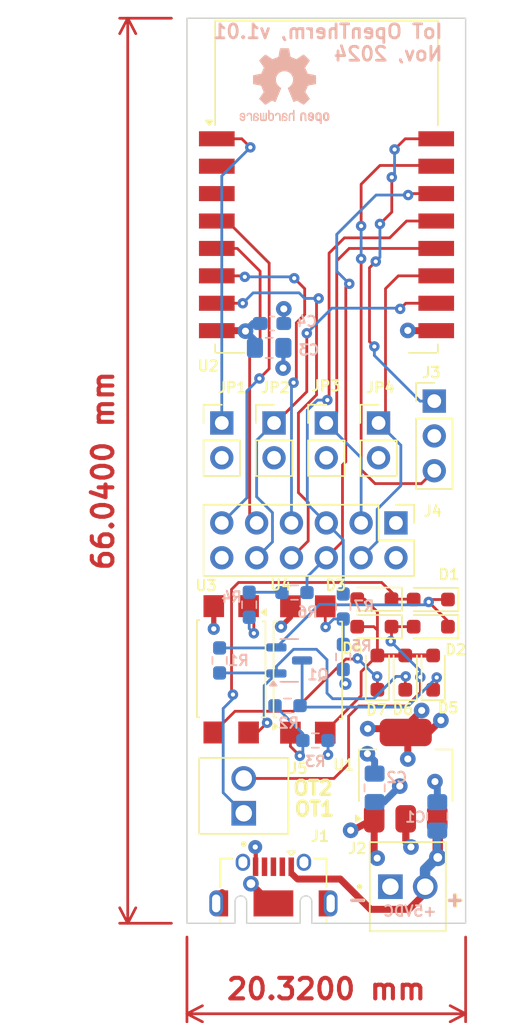
<source format=kicad_pcb>
(kicad_pcb (version 20240108) (generator "pcbnew") (generator_version "8.0")
  (layers (0 "F.Cu" signal "L1.F.Cu.Signals") (1 "In1.Cu" power "L2.In1.Cu.GND") (2 "In2.Cu" power "L3.In2.Cu.VCC") (31 "B.Cu" signal "L4.B.Cu.Signals") (34 "B.Paste" user) (35 "F.Paste" user) (36 "B.SilkS" user "B.Silkscreen") (37 "F.SilkS" user "F.Silkscreen") (38 "B.Mask" user) (39 "F.Mask" user) (44 "Edge.Cuts" user))
  (net 0 "")
  (net 1 "GND")
  (net 2 "+5V")
  (net 3 "+3.3V")
  (net 4 "Net-(D1-K)")
  (net 5 "/OT1")
  (net 6 "/OT2")
  (net 7 "Net-(D3-A)")
  (net 8 "Net-(D5-K)")
  (net 9 "Net-(D6-K)")
  (net 10 "Net-(D7-K)")
  (net 14 "/GPIO1_TXD")
  (net 15 "/GPIO3_RXD")
  (net 16 "/GPIO14")
  (net 17 "/GPIO15")
  (net 18 "/GPIO0")
  (net 19 "/GPIO13")
  (net 20 "/GPIO16")
  (net 21 "/GPIO4")
  (net 22 "/GPIO12")
  (net 23 "/GPIO5")
  (net 24 "/GPIO2")
  (net 25 "Net-(JP1-A)")
  (net 26 "Net-(R2-Pad2)")
  (net 27 "Net-(R4-Pad1)")
  (net 28 "/IN")
  (net 29 "/OUT")
  (footprint "Package_TO_SOT_SMD:SOT-223-3_TabPin2" (layer "F.Cu") (at 139.3952 101.3714 90)
    (property "Reference" "U1")
    (property "Value" "AMS1117-3.3")
  )
  (footprint "Connector_PinHeader_2.54mm:PinHeader_2x06_P2.54mm_Vertical" (layer "F.Cu") (at 138.684 82.931 -90)
    (property "Reference" "J4")
    (property "Value" "Conn_02x06_Odd_Even")
  )
  (footprint "Diode_SMD:D_SOD-323_HandSoldering" (layer "F.Cu") (at 141.224 88.519 180)
    (property "Reference" "D1")
    (property "Value" "1N4148WS")
  )
  (footprint "Diode_SMD:D_SOD-323_HandSoldering" (layer "F.Cu") (at 137.33 93.853 90)
    (property "Reference" "D7")
    (property "Value" "4V3")
  )
  (footprint "Connector_USB:USB_Micro-AB_Molex_47590-0001" (layer "F.Cu") (at 129.7484 110.6932)
    (property "Reference" "J1")
    (property "Value" "USB_B_Micro")
    (fp_line (start -3.75 1.45) (end -2.8 1.45) (stroke (width 0.1)) (layer "Edge.Cuts"))
    (fp_line (start -2.8 -0.125) (end -2.8 1.45) (stroke (width 0.1)) (layer "Edge.Cuts"))
    (fp_line (start -1.95 -0.125) (end -1.95 1.45) (stroke (width 0.1)) (layer "Edge.Cuts"))
    (fp_line (start -1.95 1.45) (end 1.95 1.45) (stroke (width 0.1)) (layer "Edge.Cuts"))
    (fp_line (start 1.95 -0.125) (end 1.95 1.45) (stroke (width 0.1)) (layer "Edge.Cuts"))
    (fp_line (start 2.8 -0.125) (end 2.8 1.45) (stroke (width 0.1)) (layer "Edge.Cuts"))
    (fp_line (start 2.8 1.45) (end 3.75 1.45) (stroke (width 0.1)) (layer "Edge.Cuts"))
    (fp_arc (start -2.8 -0.125) (mid -2.375 -0.55) (end -1.95 -0.125) (stroke (width 0.1)) (layer "Edge.Cuts"))
    (fp_arc (start 1.95 -0.125) (mid 2.375 -0.55) (end 2.8 -0.125) (stroke (width 0.1)) (layer "Edge.Cuts"))
  )
  (footprint "Diode_SMD:D_SOD-323_HandSoldering" (layer "F.Cu") (at 141.224 90.5002 180)
    (property "Reference" "D2")
    (property "Value" "1N4148WS")
  )
  (footprint "Package_SO_:SO-4_6.5x4.6mm_P2.54mm" (layer "F.Cu") (at 126.6698 93.6116 -90)
    (property "Reference" "U3")
    (property "Value" "PC817")
  )
  (footprint "Connector_PinHeader_2.54mm:PinHeader_1x02_P2.54mm_Vertical" (layer "F.Cu") (at 137.414 75.6362)
    (property "Reference" "JP4")
    (property "Value" "Jumper_2_Open")
  )
  (footprint "Diode_SMD:D_SOD-323_HandSoldering" (layer "F.Cu") (at 139.362 93.853 90)
    (property "Reference" "D6")
    (property "Value" "15V")
  )
  (footprint "Connector_PinHeader_2.54mm:PinHeader_1x02_P2.54mm_Vertical" (layer "F.Cu") (at 129.794 75.6362)
    (property "Reference" "JP2")
    (property "Value" "Jumper_2_Open")
  )
  (footprint "Connector_TE-Connectivity_:TE_282834-2" (layer "F.Cu") (at 139.5476 109.474)
    (property "Reference" "J2")
    (property "Value" "Conn_01x02")
  )
  (footprint "Package_SO_:SO-4_6.5x4.6mm_P2.54mm" (layer "F.Cu") (at 132.2578 93.6244 90)
    (property "Reference" "U4")
    (property "Value" "PC817")
  )
  (footprint "Connector_PinHeader_2.54mm:PinHeader_1x02_P2.54mm_Vertical" (layer "F.Cu") (at 133.604 75.6362)
    (property "Reference" "JP3")
    (property "Value" "Jumper_2_Open")
  )
  (footprint "Connector_TE-Connectivity_:TE_282834-2" (layer "F.Cu") (at 127.5842 102.8446 90)
    (property "Reference" "J5")
    (property "Value" "Conn_01x02")
  )
  (footprint "Diode_SMD:D_SOD-323_HandSoldering" (layer "F.Cu") (at 137.1092 90.5002 180)
    (property "Reference" "D4")
    (property "Value" "1N4148WS")
  )
  (footprint "RF_Module_:ESP-12S" (layer "F.Cu") (at 133.62 58.4)
    (property "Reference" "U2")
    (property "Value" "ESP-12S")
  )
  (footprint "Diode_SMD:D_SOD-323_HandSoldering" (layer "F.Cu") (at 141.394 93.853 90)
    (property "Reference" "D5")
    (property "Value" "4V7")
  )
  (footprint "Diode_SMD:D_SOD-323_HandSoldering" (layer "F.Cu") (at 137.1092 88.4936 180)
    (property "Reference" "D3")
    (property "Value" "1N4148WS")
  )
  (footprint "Connector_PinHeader_2.54mm:PinHeader_1x03_P2.54mm_Vertical" (layer "F.Cu") (at 141.478 74.041)
    (property "Reference" "J3")
    (property "Value" "Conn_01x03")
  )
  (footprint "Connector_PinHeader_2.54mm:PinHeader_1x02_P2.54mm_Vertical" (layer "F.Cu") (at 125.984 75.6362)
    (property "Reference" "JP1")
    (property "Value" "Jumper_2_Open")
  )
  (footprint "Capacitor_SMD:C_0603_1608Metric_Pad1.08x0.95mm_HandSolder" (layer "B.Cu") (at 129.6416 68.3768)
    (property "Reference" "C4")
    (property "Value" "100n")
  )
  (footprint "Resistor_SMD:R_0603_1608Metric_Pad0.98x0.95mm_HandSolder" (layer "B.Cu") (at 131.284 88.011 180)
    (property "Reference" "R6")
    (property "Value" "33R")
  )
  (footprint "Capacitor_SMD:C_0805_2012Metric_Pad1.18x1.45mm_HandSolder" (layer "B.Cu") (at 129.4384 70.1548)
    (property "Reference" "C3")
    (property "Value" "10u")
  )
  (footprint "Capacitor_SMD:C_0805_2012Metric_Pad1.18x1.45mm_HandSolder" (layer "B.Cu") (at 141.698 104.3432 90)
    (property "Reference" "C1")
    (property "Value" "22u")
  )
  (footprint "Resistor_SMD:R_0603_1608Metric_Pad0.98x0.95mm_HandSolder" (layer "B.Cu") (at 125.823 92.964 -90)
    (property "Reference" "R1")
    (property "Value" "330R")
  )
  (footprint "Resistor_SMD:R_0603_1608Metric_Pad0.98x0.95mm_HandSolder" (layer "B.Cu") (at 127.982 88.9 90)
    (property "Reference" "R4")
    (property "Value" "330R")
  )
  (footprint "Resistor_SMD:R_0603_1608Metric_Pad0.98x0.95mm_HandSolder" (layer "B.Cu") (at 132.808 98.806)
    (property "Reference" "R3")
    (property "Value" "100R")
  )
  (footprint "Package_TO_SOT_SMD:SOT-23" (layer "B.Cu") (at 130.903 92.964)
    (property "Reference" "Q1")
    (property "Value" "BC858")
  )
  (footprint "Capacitor_SMD:C_0805_2012Metric_Pad1.18x1.45mm_HandSolder" (layer "B.Cu") (at 137.126 102.26 -90)
    (property "Reference" "C2")
    (property "Value" "22u")
  )
  (footprint "Resistor_SMD:R_0603_1608Metric_Pad0.98x0.95mm_HandSolder" (layer "B.Cu") (at 130.776 96.266 180)
    (property "Reference" "R2")
    (property "Value" "220R")
  )
  (footprint "Symbol:OSHW-Logo2_7.3x6mm_SilkScreen" (layer "B.Cu") (at 130.556 51.054 180)
    (property "Reference" "REF**" (hide yes))
    (property "Value" "OSHW-Logo2_7.3x6mm_SilkScreen" (hide yes))
  )
  (footprint "Resistor_SMD:R_0603_1608Metric_Pad0.98x0.95mm_HandSolder" (layer "B.Cu") (at 134.84 89.027 -90)
    (property "Reference" "R7")
    (property "Value" "33R")
  )
  (footprint "Resistor_SMD:R_0603_1608Metric_Pad0.98x0.95mm_HandSolder" (layer "B.Cu") (at 134.84 92.71 -90)
    (property "Reference" "R5")
    (property "Value" "1.5k")
  )
  (gr_line (start 125.9984 112.1432) (end 123.444 112.141) (stroke (width 0.1016)) (layer "Edge.Cuts"))
  (gr_line (start 123.444 46.101) (end 143.764 46.101) (stroke (width 0.1016)) (layer "Edge.Cuts"))
  (gr_line (start 143.764 112.141) (end 133.4984 112.1432) (stroke (width 0.1016)) (layer "Edge.Cuts"))
  (gr_line (start 143.764 46.101) (end 143.764 112.141) (stroke (width 0.1016)) (layer "Edge.Cuts"))
  (gr_line (start 123.444 112.141) (end 123.444 46.101) (stroke (width 0.1016)) (layer "Edge.Cuts"))
  (gr_line (start 125.9984 112.1432) (end 125.9984 112.1432) (stroke (width 0.1016)) (layer "Edge.Cuts"))
  (gr_text "IoT OpenTherm, v1.01\nNov, 2024" (at 142.1892 49.3014 0) (layer "B.SilkS") (effects (font (size 1.016 1.016) (thickness 0.2032) (bold yes)) (justify left bottom mirror)))
  (gr_text "-" (at 136.652 110.998 -0) (layer "B.SilkS") (effects (font (size 1.016 1.016) (thickness 0.254) (bold yes)) (justify left bottom mirror)))
  (gr_text "+5VDC" (at 139.7 111.252 -0) (layer "B.SilkS") (effects (font (size 0.762 0.762) (thickness 0.1524) (bold yes)) (justify mirror)))
  (gr_text "+" (at 143.764 110.998 -0) (layer "B.SilkS") (effects (font (size 1.016 1.016) (thickness 0.254) (bold yes)) (justify left bottom mirror)))
  (gr_text "OT1" (at 131.1656 104.394 0) (layer "F.SilkS") (effects (font (size 1.016 1.016) (thickness 0.254) (bold yes)) (justify left bottom)))
  (gr_text "-" (at 135.128 110.998 0) (layer "F.SilkS") (effects (font (size 1.016 1.016) (thickness 0.254) (bold yes)) (justify left bottom)))
  (gr_text "OT2" (at 131.064 102.87 0) (layer "F.SilkS") (effects (font (size 1.016 1.016) (thickness 0.254) (bold yes)) (justify left bottom)))
  (gr_text "+" (at 142.24 110.998 0) (layer "F.SilkS") (effects (font (size 1.016 1.016) (thickness 0.254) (bold yes)) (justify left bottom)))
  (dimension (type aligned) (layer "F.Cu") (pts (xy 122.809 112.141) (xy 122.809 46.101)) (height -3.683) (gr_text "2600.0000 mils" (at 117.326 79.121 90) (layer "F.Cu") (effects (font (size 1.5 1.5) (thickness 0.3)))) (format (prefix "") (suffix "") (units 3) (units_format 1) (precision 4)) (style (thickness 0.2) (arrow_length 1.27) (text_position_mode 0) (extension_height 0.58642) (extension_offset 0.5) keep_text_aligned))
  (dimension (type aligned) (layer "F.Cu") (pts (xy 123.444 112.649) (xy 143.764 112.649)) (height 6.096) (gr_text "800.0000 mils" (at 133.604 116.945 0) (layer "F.Cu") (effects (font (size 1.5 1.5) (thickness 0.3)))) (format (prefix "") (suffix "") (units 3) (units_format 1) (precision 4)) (style (thickness 0.2) (arrow_length 1.27) (text_position_mode 0) (extension_height 0.58642) (extension_offset 0.5) keep_text_aligned))
  (segment (start 133.4975 110.744) (end 133.935 110.744) (width 0.508) (layer "F.Cu") (net 1))
  (segment (start 129.548531 110.6932) (end 128.108054 109.252723) (width 0.508) (layer "F.Cu") (net 1))
  (segment (start 126.0225 110.744) (end 125.585 110.744) (width 0.508) (layer "F.Cu") (net 1))
  (segment (start 126.0225 110.278488) (end 126.0225 110.744) (width 0.508) (layer "F.Cu") (net 1))
  (segment (start 128.46 106.616) (end 128.4224 106.5784) (width 0.3048) (layer "F.Cu") (net 1))
  (segment (start 125.3998 90.657393) (end 125.3998 89.0016) (width 0.381) (layer "F.Cu") (net 1))
  (segment (start 137.0952 104.5214) (end 135.4328 105.41) (width 0.508) (layer "F.Cu") (net 1))
  (segment (start 137.0952 104.5214) (end 137.0952 107.174) (width 0.508) (layer "F.Cu") (net 1))
  (segment (start 141.62 68.9) (end 139.5628 68.9) (width 0.508) (layer "F.Cu") (net 1))
  (segment (start 135.4328 105.41) (end 135.382 105.3592) (width 0.508) (layer "F.Cu") (net 1))
  (segment (start 129.7484 110.6932) (end 129.548531 110.6932) (width 0.508) (layer "F.Cu") (net 1))
  (segment (start 133.935 110.73971) (end 133.935 110.744) (width 0.508) (layer "F.Cu") (net 1))
  (segment (start 126.0109 109.9043) (end 126.0109 110.6932) (width 0.508) (layer "F.Cu") (net 1))
  (segment (start 137.0952 107.174) (end 137.3124 107.3912) (width 0.508) (layer "F.Cu") (net 1))
  (segment (start 139.5628 68.9) (end 139.5476 68.8848) (width 0.3048) (layer "F.Cu") (net 1))
  (segment (start 128.46 108.069) (end 128.46 106.616) (width 0.3048) (layer "F.Cu") (net 1))
  (via (at 138.9634 102.1334) (size 1.143) (drill 0.508) (layers "F.Cu" "B.Cu") (net 1))
  (via (at 128.4224 106.5784) (size 1.016) (drill 0.381) (layers "F.Cu" "B.Cu") (net 1))
  (via (at 125.3998 90.657393) (size 0.889) (drill 0.381) (layers "F.Cu" "B.Cu") (net 1))
  (via (at 141.5288 101.8032) (size 1.143) (drill 0.508) (layers "F.Cu" "B.Cu") (net 1))
  (via (at 139.5476 68.8848) (size 1.143) (drill 0.508) (layers "F.Cu" "B.Cu") (net 1))
  (via (at 137.3124 107.3912) (size 1.143) (drill 0.508) (layers "F.Cu" "B.Cu") (net 1))
  (via (at 135.382 105.3592) (size 1.143) (drill 0.508) (layers "F.Cu" "B.Cu") (net 1))
  (via (at 130.4544 71.628) (size 1.143) (drill 0.508) (layers "F.Cu" "B.Cu") (net 1))
  (via (at 130.5052 67.31) (size 1.143) (drill 0.508) (layers "F.Cu" "B.Cu") (net 1))
  (via (at 128.108054 109.252723) (size 1.143) (drill 0.635) (layers "F.Cu" "B.Cu") (net 1))
  (via (at 135.001 94.6658) (size 0.889) (drill 0.381) (layers "F.Cu" "B.Cu") (net 1))
  (segment (start 130.5041 68.3768) (end 130.5041 67.3111) (width 0.3048) (layer "B.Cu") (net 1))
  (segment (start 141.698 101.9724) (end 141.5288 101.8032) (width 0.508) (layer "B.Cu") (net 1))
  (segment (start 138.9634 102.1334) (end 137.7993 103.2975) (width 0.508) (layer "B.Cu") (net 1))
  (segment (start 135.001 94.6658) (end 134.84 94.5048) (width 0.2032) (layer "B.Cu") (net 1))
  (segment (start 134.84 94.5048) (end 134.84 93.6225) (width 0.2032) (layer "B.Cu") (net 1))
  (segment (start 130.4759 70.1548) (end 130.4759 71.6065) (width 0.3048) (layer "B.Cu") (net 1))
  (segment (start 137.7993 103.2975) (end 137.126 103.2975) (width 0.508) (layer "B.Cu") (net 1))
  (segment (start 130.4759 71.6065) (end 130.4544 71.628) (width 0.3048) (layer "B.Cu") (net 1))
  (segment (start 128.108054 109.252723) (end 127.981961 109.378816) (width 0.508) (layer "B.Cu") (net 1))
  (segment (start 130.5041 67.3111) (end 130.5052 67.31) (width 0.3048) (layer "B.Cu") (net 1))
  (segment (start 141.698 103.3057) (end 141.698 101.9724) (width 0.508) (layer "B.Cu") (net 1))
  (segment (start 131.06 108.069) (end 131.06 108.454) (width 0.3048) (layer "F.Cu") (net 2))
  (segment (start 141.732 105.43) (end 141.732 107.3404) (width 0.762) (layer "F.Cu") (net 2))
  (segment (start 139.6238 111.125) (end 140.804 109.9448) (width 0.508) (layer "F.Cu") (net 2))
  (segment (start 131.06 108.454) (end 131.5212 108.9152) (width 0.4064) (layer "F.Cu") (net 2))
  (segment (start 141.712 105.41) (end 141.732 105.43) (width 0.762) (layer "F.Cu") (net 2))
  (segment (start 131.5212 108.9152) (end 131.3688 108.9152) (width 0.3048) (layer "F.Cu") (net 2))
  (segment (start 140.804 109.9448) (end 140.804 109.474) (width 0.508) (layer "F.Cu") (net 2))
  (segment (start 134.62 108.9152) (end 136.8298 111.125) (width 0.508) (layer "F.Cu") (net 2))
  (segment (start 131.5212 108.9152) (end 134.62 108.9152) (width 0.508) (layer "F.Cu") (net 2))
  (segment (start 131.3688 108.9152) (end 131.0536 108.6) (width 0.3048) (layer "F.Cu") (net 2))
  (segment (start 131.0536 108.6) (end 131.0536 108.069) (width 0.3048) (layer "F.Cu") (net 2))
  (segment (start 136.8298 111.125) (end 139.6238 111.125) (width 0.508) (layer "F.Cu") (net 2))
  (via (at 141.732 107.3404) (size 1.27) (drill 0.635) (layers "F.Cu" "B.Cu") (net 2))
  (segment (start 140.804 108.2176) (end 141.6812 107.3404) (width 0.762) (layer "B.Cu") (net 2))
  (segment (start 141.6812 107.3404) (end 141.732 107.3404) (width 0.762) (layer "B.Cu") (net 2))
  (segment (start 141.698 107.3064) (end 141.732 107.3404) (width 0.508) (layer "B.Cu") (net 2))
  (segment (start 140.804 109.474) (end 140.804 108.2176) (width 0.762) (layer "B.Cu") (net 2))
  (segment (start 141.698 105.3807) (end 141.698 107.3064) (width 0.508) (layer "B.Cu") (net 2))
  (segment (start 141.072 98.2214) (end 139.3952 98.2214) (width 0.508) (layer "F.Cu") (net 3))
  (segment (start 139.5476 98.3738) (end 139.3952 98.2214) (width 0.508) (layer "F.Cu") (net 3))
  (segment (start 139.7762 106.5784) (end 139.412 106.2142) (width 0.508) (layer "F.Cu") (net 3))
  (segment (start 139.5476 100.1522) (end 139.5476 98.3738) (width 0.508) (layer "F.Cu") (net 3))
  (segment (start 127.6756 68.9) (end 127.7112 68.9356) (width 0.3048) (layer "F.Cu") (net 3))
  (segment (start 139.412 106.2142) (end 139.412 105.41) (width 0.508) (layer "F.Cu") (net 3))
  (segment (start 139.3952 106.1974) (end 139.3952 104.5214) (width 0.508) (layer "F.Cu") (net 3))
  (segment (start 125.62 68.9) (end 127.6756 68.9) (width 0.508) (layer "F.Cu") (net 3))
  (segment (start 130.9878 89.8144) (end 130.9878 89.0144) (width 0.381) (layer "F.Cu") (net 3))
  (segment (start 141.9606 97.3328) (end 141.072 98.2214) (width 0.508) (layer "F.Cu") (net 3))
  (segment (start 136.6266 97.9424) (end 138.2444 97.9424) (width 0.508) (layer "F.Cu") (net 3))
  (segment (start 140.55972 96.615798) (end 139.412 97.763518) (width 0.508) (layer "F.Cu") (net 3))
  (segment (start 130.302 90.5002) (end 130.9878 89.8144) (width 0.381) (layer "F.Cu") (net 3))
  (segment (start 139.7762 106.5784) (end 139.3952 106.1974) (width 0.508) (layer "F.Cu") (net 3))
  (via (at 140.55972 96.615798) (size 1.143) (drill 0.508) (layers "F.Cu" "B.Cu") (net 3))
  (via (at 141.9606 97.3328) (size 1.143) (drill 0.508) (layers "F.Cu" "B.Cu") (net 3))
  (via (at 136.6012 99.7712) (size 1.143) (drill 0.508) (layers "F.Cu" "B.Cu") (net 3))
  (via (at 130.302 90.5002) (size 0.889) (drill 0.381) (layers "F.Cu" "B.Cu") (net 3))
  (via (at 139.7762 106.5784) (size 1.143) (drill 0.508) (layers "F.Cu" "B.Cu") (net 3))
  (via (at 127.7112 68.9356) (size 1.143) (drill 0.508) (layers "F.Cu" "B.Cu") (net 3))
  (via (at 139.5476 100.1522) (size 1.143) (drill 0.508) (layers "F.Cu" "B.Cu") (net 3))
  (via (at 136.6266 97.9424) (size 1.143) (drill 0.508) (layers "F.Cu" "B.Cu") (net 3))
  (segment (start 128.4009 70.1548) (end 128.4009 69.6253) (width 0.508) (layer "B.Cu") (net 3))
  (segment (start 137.126 100.296) (end 136.6012 99.7712) (width 0.508) (layer "B.Cu") (net 3))
  (segment (start 128.7791 68.3768) (end 128.27 68.3768) (width 0.508) (layer "B.Cu") (net 3))
  (segment (start 128.4009 69.6253) (end 127.7112 68.9356) (width 0.508) (layer "B.Cu") (net 3))
  (segment (start 137.126 101.2225) (end 137.126 100.296) (width 0.508) (layer "B.Cu") (net 3))
  (segment (start 128.27 68.3768) (end 127.7112 68.9356) (width 0.508) (layer "B.Cu") (net 3))
  (segment (start 142.474 90.0992) (end 142.474 90.5002) (width 0.2032) (layer "F.Cu") (net 4))
  (segment (start 142.474 88.519) (end 141.2494 88.519) (width 0.2032) (layer "F.Cu") (net 4))
  (segment (start 141.0716 88.6968) (end 142.474 90.0992) (width 0.2032) (layer "F.Cu") (net 4))
  (segment (start 141.2494 88.519) (end 141.0716 88.6968) (width 0.2032) (layer "F.Cu") (net 4))
  (via (at 141.0716 88.6968) (size 0.762) (drill 0.3048) (layers "F.Cu" "B.Cu") (net 4))
  (segment (start 134.153226 88.9068) (end 140.8616 88.9068) (width 0.2032) (layer "B.Cu") (net 4))
  (segment (start 129.9655 92.014) (end 133.1049 88.8746) (width 0.2032) (layer "B.Cu") (net 4))
  (segment (start 140.8616 88.9068) (end 141.0716 88.6968) (width 0.2032) (layer "B.Cu") (net 4))
  (segment (start 125.823 92.0515) (end 129.928 92.0515) (width 0.2032) (layer "B.Cu") (net 4))
  (segment (start 134.121026 88.8746) (end 134.153226 88.9068) (width 0.2032) (layer "B.Cu") (net 4))
  (segment (start 129.928 92.0515) (end 129.9655 92.014) (width 0.2032) (layer "B.Cu") (net 4))
  (segment (start 133.1049 88.8746) (end 134.121026 88.8746) (width 0.2032) (layer "B.Cu") (net 4))
  (segment (start 137.6426 87.2744) (end 127.2032 87.2744) (width 0.2032) (layer "F.Cu") (net 5))
  (segment (start 138.3592 87.991) (end 137.6426 87.2744) (width 0.2032) (layer "F.Cu") (net 5))
  (segment (start 138.3592 88.4936) (end 138.3592 87.991) (width 0.2032) (layer "F.Cu") (net 5))
  (segment (start 138.3592 87.9742) (end 138.1202 87.7352) (width 0.2032) (layer "F.Cu") (net 5))
  (segment (start 126.6952 95.3516) (end 126.7968 95.4532) (width 0.2032) (layer "F.Cu") (net 5))
  (segment (start 126.6952 87.7824) (end 126.6952 95.3516) (width 0.2032) (layer "F.Cu") (net 5))
  (segment (start 139.9486 88.4936) (end 139.974 88.519) (width 0.2032) (layer "F.Cu") (net 5))
  (segment (start 138.3592 88.4936) (end 138.3592 87.9742) (width 0.2032) (layer "F.Cu") (net 5))
  (segment (start 127.2032 87.2744) (end 126.6952 87.7824) (width 0.2032) (layer "F.Cu") (net 5))
  (segment (start 138.65 88.265) (end 138.1202 87.7352) (width 0.2032) (layer "F.Cu") (net 5))
  (segment (start 138.3592 88.4936) (end 139.9486 88.4936) (width 0.2032) (layer "F.Cu") (net 5))
  (via (at 126.7968 95.4532) (size 0.762) (drill 0.3048) (layers "F.Cu" "B.Cu") (net 5))
  (segment (start 126.0856 102.616) (end 127.5842 104.1146) (width 0.2032) (layer "B.Cu") (net 5))
  (segment (start 126.7968 95.4532) (end 126.7968 95.758) (width 0.2032) (layer "B.Cu") (net 5))
  (segment (start 126.7968 95.758) (end 126.0856 96.4692) (width 0.2032) (layer "B.Cu") (net 5))
  (segment (start 126.0856 96.4692) (end 126.0856 102.616) (width 0.2032) (layer "B.Cu") (net 5))
  (segment (start 138.3592 91.5108) (end 138.303 91.567) (width 0.2032) (layer "F.Cu") (net 6))
  (segment (start 135.2296 100.5084) (end 135.2296 97.028) (width 0.2032) (layer "F.Cu") (net 6))
  (segment (start 138.3592 90.5002) (end 138.3592 91.5108) (width 0.2032) (layer "F.Cu") (net 6))
  (segment (start 135.2296 97.028) (end 135.969333 96.288267) (width 0.2032) (layer "F.Cu") (net 6))
  (segment (start 138.3592 90.5002) (end 139.974 90.5002) (width 0.2032) (layer "F.Cu") (net 6))
  (segment (start 134.1634 101.5746) (end 135.2296 100.5084) (width 0.2032) (layer "F.Cu") (net 6))
  (segment (start 127.5842 101.5746) (end 134.1634 101.5746) (width 0.2032) (layer "F.Cu") (net 6))
  (segment (start 140.462 95.294534) (end 140.462 94.1832) (width 0.2032) (layer "F.Cu") (net 6))
  (segment (start 135.969333 96.288267) (end 139.468267 96.288267) (width 0.2032) (layer "F.Cu") (net 6))
  (segment (start 139.468267 96.288267) (end 140.462 95.294534) (width 0.2032) (layer "F.Cu") (net 6))
  (via (at 140.462 94.1832) (size 0.762) (drill 0.3048) (layers "F.Cu" "B.Cu") (net 6))
  (via (at 138.303 91.567) (size 0.762) (drill 0.3048) (layers "F.Cu" "B.Cu") (net 6))
  (segment (start 140.462 93.726) (end 140.462 94.1832) (width 0.2032) (layer "B.Cu") (net 6))
  (segment (start 138.303 91.567) (end 140.462 93.726) (width 0.2032) (layer "B.Cu") (net 6))
  (segment (start 136.144 93.789) (end 137.33 92.603) (width 0.2032) (layer "F.Cu") (net 7))
  (segment (start 137.33 90.7542) (end 137.33 89.4256) (width 0.2032) (layer "F.Cu") (net 7))
  (segment (start 133.5278 98.2344) (end 133.5278 98.155064) (width 0.2032) (layer "F.Cu") (net 7))
  (segment (start 133.731 99.8474) (end 133.731 98.4376) (width 0.2032) (layer "F.Cu") (net 7))
  (segment (start 135.8592 90.5002) (end 137.076 90.5002) (width 0.2032) (layer "F.Cu") (net 7))
  (segment (start 133.731 98.4376) (end 133.5278 98.2344) (width 0.2032) (layer "F.Cu") (net 7))
  (segment (start 136.398 88.4936) (end 135.8592 88.4936) (width 0.2032) (layer "F.Cu") (net 7))
  (segment (start 137.076 90.5002) (end 137.33 90.7542) (width 0.2032) (layer "F.Cu") (net 7))
  (segment (start 137.33 89.4256) (end 136.398 88.4936) (width 0.2032) (layer "F.Cu") (net 7))
  (segment (start 133.5278 98.155064) (end 136.144 95.538864) (width 0.2032) (layer "F.Cu") (net 7))
  (segment (start 141.394 92.603) (end 137.33 92.603) (width 0.3048) (layer "F.Cu") (net 7))
  (segment (start 136.144 95.538864) (end 136.144 93.789) (width 0.2032) (layer "F.Cu") (net 7))
  (segment (start 137.33 92.603) (end 137.33 90.7542) (width 0.2032) (layer "F.Cu") (net 7))
  (via (at 133.731 99.8474) (size 0.762) (drill 0.3048) (layers "F.Cu" "B.Cu") (net 7))
  (segment (start 133.731 99.8474) (end 133.731 98.8165) (width 0.2032) (layer "B.Cu") (net 7))
  (segment (start 133.731 98.8165) (end 133.7205 98.806) (width 0.2032) (layer "B.Cu") (net 7))
  (segment (start 141.6558 94.2086) (end 141.6558 94.8412) (width 0.2032) (layer "F.Cu") (net 8))
  (segment (start 141.6558 94.8412) (end 141.394 95.103) (width 0.2032) (layer "F.Cu") (net 8))
  (via (at 141.6558 94.2086) (size 0.762) (drill 0.3048) (layers "F.Cu" "B.Cu") (net 8))
  (segment (start 139.4968 96.3676) (end 131.7901 96.3676) (width 0.2032) (layer "B.Cu") (net 8))
  (segment (start 141.6558 94.2086) (end 139.4968 96.3676) (width 0.2032) (layer "B.Cu") (net 8))
  (segment (start 131.8405 96.114) (end 131.6885 96.266) (width 0.2032) (layer "B.Cu") (net 8))
  (segment (start 131.7901 96.3676) (end 131.6885 96.266) (width 0.2032) (layer "B.Cu") (net 8))
  (segment (start 131.8405 92.964) (end 131.8405 96.114) (width 0.2032) (layer "B.Cu") (net 8))
  (segment (start 139.362 95.103) (end 139.362 94.1656) (width 0.2032) (layer "F.Cu") (net 9))
  (segment (start 139.362 94.1656) (end 139.3952 94.1324) (width 0.2032) (layer "F.Cu") (net 9))
  (segment (start 129.286 97.5106) (end 128.575 98.2216) (width 0.2032) (layer "F.Cu") (net 9))
  (segment (start 128.575 98.2216) (end 127.9398 98.2216) (width 0.2032) (layer "F.Cu") (net 9))
  (via (at 129.286 97.5106) (size 0.762) (drill 0.3048) (layers "F.Cu" "B.Cu") (net 9))
  (via (at 139.3952 94.1324) (size 0.762) (drill 0.3048) (layers "F.Cu" "B.Cu") (net 9))
  (segment (start 129.286 97.5106) (end 129.0712 97.2958) (width 0.2032) (layer "B.Cu") (net 9))
  (segment (start 133.6548 95.3516) (end 133.6548 92.9132) (width 0.2032) (layer "B.Cu") (net 9))
  (segment (start 138.684 94.1324) (end 137.0584 95.758) (width 0.2032) (layer "B.Cu") (net 9))
  (segment (start 134.0612 95.758) (end 133.6548 95.3516) (width 0.2032) (layer "B.Cu") (net 9))
  (segment (start 133.6548 92.9132) (end 132.8928 92.1512) (width 0.2032) (layer "B.Cu") (net 9))
  (segment (start 125.823 93.8765) (end 129.928 93.8765) (width 0.2032) (layer "B.Cu") (net 9))
  (segment (start 129.0712 94.8083) (end 129.9655 93.914) (width 0.2032) (layer "B.Cu") (net 9))
  (segment (start 129.0712 97.2958) (end 129.0712 94.8083) (width 0.2032) (layer "B.Cu") (net 9))
  (segment (start 129.928 93.8765) (end 129.9655 93.914) (width 0.2032) (layer "B.Cu") (net 9))
  (segment (start 131.213142 92.1512) (end 129.9655 93.398842) (width 0.2032) (layer "B.Cu") (net 9))
  (segment (start 129.9655 93.398842) (end 129.9655 93.914) (width 0.2032) (layer "B.Cu") (net 9))
  (segment (start 132.8928 92.1512) (end 131.213142 92.1512) (width 0.2032) (layer "B.Cu") (net 9))
  (segment (start 139.3952 94.1324) (end 138.684 94.1324) (width 0.2032) (layer "B.Cu") (net 9))
  (segment (start 137.0584 95.758) (end 134.0612 95.758) (width 0.2032) (layer "B.Cu") (net 9))
  (segment (start 135.89 92.8116) (end 135.8392 92.8624) (width 0.2032) (layer "F.Cu") (net 10))
  (segment (start 131.2164 96.6724) (end 126.949 96.6724) (width 0.2032) (layer "F.Cu") (net 10))
  (segment (start 135.0264 92.8624) (end 131.2164 96.6724) (width 0.2032) (layer "F.Cu") (net 10))
  (segment (start 126.949 96.6724) (end 125.3998 98.2216) (width 0.2032) (layer "F.Cu") (net 10))
  (segment (start 135.8392 92.8624) (end 135.0264 92.8624) (width 0.2032) (layer "F.Cu") (net 10))
  (segment (start 137.33 94.15) (end 137.3124 94.1324) (width 0.2032) (layer "F.Cu") (net 10))
  (segment (start 137.33 95.103) (end 137.33 94.15) (width 0.2032) (layer "F.Cu") (net 10))
  (via (at 137.3124 94.1324) (size 0.762) (drill 0.3048) (layers "F.Cu" "B.Cu") (net 10))
  (via (at 135.89 92.8116) (size 0.762) (drill 0.3048) (layers "F.Cu" "B.Cu") (net 10))
  (segment (start 137.2108 94.1324) (end 135.89 92.8116) (width 0.2032) (layer "B.Cu") (net 10))
  (segment (start 137.3124 94.1324) (end 137.2108 94.1324) (width 0.2032) (layer "B.Cu") (net 10))
  (segment (start 138.3792 57.7088) (end 138.3792 60.2488) (width 0.2032) (layer "F.Cu") (net 14))
  (segment (start 138.3792 60.2488) (end 137.5156 61.1124) (width 0.2032) (layer "F.Cu") (net 14))
  (segment (start 136.7536 64.3128) (end 137.2108 63.8556) (width 0.2032) (layer "F.Cu") (net 14))
  (segment (start 139.3592 54.9) (end 138.5824 55.6768) (width 0.2032) (layer "F.Cu") (net 14))
  (segment (start 137.1092 70.0532) (end 136.7536 69.6976) (width 0.2032) (layer "F.Cu") (net 14))
  (segment (start 141.62 54.9) (end 139.3592 54.9) (width 0.2032) (layer "F.Cu") (net 14))
  (segment (start 136.7536 69.6976) (end 136.7536 64.3128) (width 0.2032) (layer "F.Cu") (net 14))
  (via (at 137.1092 70.0532) (size 0.762) (drill 0.3048) (layers "F.Cu" "B.Cu") (net 14))
  (via (at 137.5156 61.1124) (size 0.762) (drill 0.3048) (layers "F.Cu" "B.Cu") (net 14))
  (via (at 137.2108 63.8556) (size 0.762) (drill 0.3048) (layers "F.Cu" "B.Cu") (net 14))
  (via (at 138.5824 55.6768) (size 0.762) (drill 0.3048) (layers "F.Cu" "B.Cu") (net 14))
  (via (at 138.3792 57.7088) (size 0.762) (drill 0.3048) (layers "F.Cu" "B.Cu") (net 14))
  (segment (start 138.5824 57.5056) (end 138.3792 57.7088) (width 0.2032) (layer "B.Cu") (net 14))
  (segment (start 138.5824 55.6768) (end 138.5824 57.5056) (width 0.2032) (layer "B.Cu") (net 14))
  (segment (start 137.5156 63.5508) (end 137.2108 63.8556) (width 0.2032) (layer "B.Cu") (net 14))
  (segment (start 140.4366 74.041) (end 141.478 74.041) (width 0.2032) (layer "B.Cu") (net 14))
  (segment (start 137.1092 70.0532) (end 137.1092 70.7136) (width 0.2032) (layer "B.Cu") (net 14))
  (segment (start 137.1092 70.7136) (end 140.4366 74.041) (width 0.2032) (layer "B.Cu") (net 14))
  (segment (start 137.5156 61.1124) (end 137.5156 63.5508) (width 0.2032) (layer "B.Cu") (net 14))
  (segment (start 136.144 61.2648) (end 136.144 58.2168) (width 0.2032) (layer "F.Cu") (net 15))
  (segment (start 136.144 79.0448) (end 137.16 80.0608) (width 0.2032) (layer "F.Cu") (net 15))
  (segment (start 136.144 58.2168) (end 137.5156 56.8452) (width 0.2032) (layer "F.Cu") (net 15))
  (segment (start 140.5382 80.0608) (end 141.478 79.121) (width 0.2032) (layer "F.Cu") (net 15))
  (segment (start 136.144 63.6524) (end 136.144 79.0448) (width 0.2032) (layer "F.Cu") (net 15))
  (segment (start 137.5156 56.8452) (end 140.760295 56.8452) (width 0.2032) (layer "F.Cu") (net 15))
  (segment (start 137.16 80.0608) (end 140.5382 80.0608) (width 0.2032) (layer "F.Cu") (net 15))
  (via (at 136.144 61.2648) (size 0.762) (drill 0.3048) (layers "F.Cu" "B.Cu") (net 15))
  (via (at 136.144 63.6524) (size 0.762) (drill 0.3048) (layers "F.Cu" "B.Cu") (net 15))
  (segment (start 136.144 61.2648) (end 136.144 63.6524) (width 0.2032) (layer "B.Cu") (net 15))
  (segment (start 128.778 69.9008) (end 128.778 64.5668) (width 0.2032) (layer "F.Cu") (net 16))
  (segment (start 128.524 82.931) (end 128.016 82.423) (width 0.2032) (layer "F.Cu") (net 16))
  (segment (start 128.016 82.423) (end 128.016 70.6628) (width 0.2032) (layer "F.Cu") (net 16))
  (segment (start 128.778 64.5668) (end 127.1112 62.9) (width 0.2032) (layer "F.Cu") (net 16))
  (segment (start 127.1112 62.9) (end 125.62 62.9) (width 0.2032) (layer "F.Cu") (net 16))
  (segment (start 128.016 70.6628) (end 128.778 69.9008) (width 0.2032) (layer "F.Cu") (net 16))
  (segment (start 129.899105 75.6362) (end 132.1816 73.353705) (width 0.2032) (layer "F.Cu") (net 17))
  (segment (start 132.1816 73.353705) (end 132.1816 69.088) (width 0.2032) (layer "F.Cu") (net 17))
  (segment (start 138.9888 67.31) (end 139.3988 66.9) (width 0.2032) (layer "F.Cu") (net 17))
  (segment (start 139.3988 66.9) (end 141.62 66.9) (width 0.2032) (layer "F.Cu") (net 17))
  (via (at 138.9888 67.31) (size 0.762) (drill 0.3048) (layers "F.Cu" "B.Cu") (net 17))
  (via (at 132.1816 69.088) (size 0.762) (drill 0.3048) (layers "F.Cu" "B.Cu") (net 17))
  (segment (start 138.9888 67.31) (end 138.938 67.2592) (width 0.2032) (layer "B.Cu") (net 17))
  (segment (start 128.524 76.9062) (end 128.524 81.026) (width 0.2032) (layer "B.Cu") (net 17))
  (segment (start 129.794 75.6362) (end 128.524 76.9062) (width 0.2032) (layer "B.Cu") (net 17))
  (segment (start 129.6788 82.1808) (end 128.524 81.026) (width 0.2032) (layer "B.Cu") (net 17))
  (segment (start 129.6788 84.3162) (end 129.6788 82.1808) (width 0.2032) (layer "B.Cu") (net 17))
  (segment (start 128.524 85.471) (end 129.6788 84.3162) (width 0.2032) (layer "B.Cu") (net 17))
  (segment (start 134.0104 67.2592) (end 132.1816 69.088) (width 0.2032) (layer "B.Cu") (net 17))
  (segment (start 138.938 67.2592) (end 134.0104 67.2592) (width 0.2032) (layer "B.Cu") (net 17))
  (segment (start 135.2708 62.9) (end 134.366 63.8048) (width 0.2032) (layer "F.Cu") (net 18))
  (segment (start 134.366 63.8048) (end 134.366 74.8742) (width 0.2032) (layer "F.Cu") (net 18))
  (segment (start 134.366 74.8742) (end 133.604 75.6362) (width 0.2032) (layer "F.Cu") (net 18))
  (segment (start 141.62 62.9) (end 135.2708 62.9) (width 0.2032) (layer "F.Cu") (net 18))
  (segment (start 133.604 75.6362) (end 136.144 78.1762) (width 0.2032) (layer "B.Cu") (net 18))
  (segment (start 136.144 78.1762) (end 136.144 82.931) (width 0.2032) (layer "B.Cu") (net 18))
  (segment (start 131.572 80.7212) (end 132.2832 81.4324) (width 0.2032) (layer "F.Cu") (net 19))
  (segment (start 132.2832 81.4324) (end 132.2832 84.2518) (width 0.2032) (layer "F.Cu") (net 19))
  (segment (start 132.8928 66.7004) (end 132.8928 73.585706) (width 0.2032) (layer "F.Cu") (net 19))
  (segment (start 125.62 66.9) (end 127.5116 66.9) (width 0.2032) (layer "F.Cu") (net 19))
  (segment (start 131.572 74.906506) (end 131.572 80.7212) (width 0.2032) (layer "F.Cu") (net 19))
  (segment (start 132.8928 73.585706) (end 131.572 74.906506) (width 0.2032) (layer "F.Cu") (net 19))
  (segment (start 133.0452 66.548) (end 132.8928 66.7004) (width 0.2032) (layer "F.Cu") (net 19))
  (segment (start 132.2832 84.2518) (end 131.064 85.471) (width 0.2032) (layer "F.Cu") (net 19))
  (via (at 133.0452 66.548) (size 0.762) (drill 0.3048) (layers "F.Cu" "B.Cu") (net 19))
  (via (at 127.5116 66.9) (size 0.762) (drill 0.3048) (layers "F.Cu" "B.Cu") (net 19))
  (segment (start 127.5116 66.9) (end 128.27 66.1416) (width 0.2032) (layer "B.Cu") (net 19))
  (segment (start 132.0292 66.548) (end 133.0452 66.548) (width 0.2032) (layer "B.Cu") (net 19))
  (segment (start 131.6228 66.1416) (end 132.0292 66.548) (width 0.2032) (layer "B.Cu") (net 19))
  (segment (start 128.27 66.1416) (end 131.6228 66.1416) (width 0.2032) (layer "B.Cu") (net 19))
  (segment (start 129.4384 63.9684) (end 126.37 60.9) (width 0.2032) (layer "F.Cu") (net 20))
  (segment (start 129.4384 71.6788) (end 129.4384 63.9684) (width 0.2032) (layer "F.Cu") (net 20))
  (segment (start 128.7272 72.39) (end 129.4384 71.6788) (width 0.2032) (layer "F.Cu") (net 20))
  (via (at 128.7272 72.39) (size 0.762) (drill 0.3048) (layers "F.Cu" "B.Cu") (net 20))
  (segment (start 127.8128 73.3044) (end 127.8128 81.1022) (width 0.2032) (layer "B.Cu") (net 20))
  (segment (start 127.8128 81.1022) (end 125.984 82.931) (width 0.2032) (layer "B.Cu") (net 20))
  (segment (start 128.7272 72.39) (end 127.8128 73.3044) (width 0.2032) (layer "B.Cu") (net 20))
  (segment (start 133.6802 73.9648) (end 133.8072 73.8378) (width 0.2032) (layer "F.Cu") (net 21))
  (segment (start 134.9248 62.1284) (end 138.2268 62.1284) (width 0.2032) (layer "F.Cu") (net 21))
  (segment (start 139.4552 60.9) (end 138.2268 62.1284) (width 0.2032) (layer "F.Cu") (net 21))
  (segment (start 133.8072 73.8378) (end 133.8072 63.246) (width 0.2032) (layer "F.Cu") (net 21))
  (segment (start 133.8072 63.246) (end 134.9248 62.1284) (width 0.2032) (layer "F.Cu") (net 21))
  (segment (start 141.62 60.9) (end 139.4552 60.9) (width 0.2032) (layer "F.Cu") (net 21))
  (via (at 133.6802 73.9648) (size 0.762) (drill 0.3048) (layers "F.Cu" "B.Cu") (net 21))
  (segment (start 132.2188 81.5458) (end 133.604 82.931) (width 0.2032) (layer "B.Cu") (net 21))
  (segment (start 132.9658 73.9648) (end 132.2188 74.7118) (width 0.2032) (layer "B.Cu") (net 21))
  (segment (start 133.6802 73.9648) (end 132.9658 73.9648) (width 0.2032) (layer "B.Cu") (net 21))
  (segment (start 132.2188 74.7118) (end 132.2188 81.5458) (width 0.2032) (layer "B.Cu") (net 21))
  (segment (start 134.84 88.1145) (end 134.84 84.167) (width 0.2032) (layer "B.Cu") (net 21))
  (segment (start 134.84 84.167) (end 133.604 82.931) (width 0.2032) (layer "B.Cu") (net 21))
  (segment (start 132.0292 65.8368) (end 131.2672 65.0748) (width 0.2032) (layer "F.Cu") (net 22))
  (segment (start 131.4196 72.4916) (end 131.4196 68.326) (width 0.2032) (layer "F.Cu") (net 22))
  (segment (start 127.5872 64.9) (end 127.6604 64.9732) (width 0.2032) (layer "F.Cu") (net 22))
  (segment (start 131.4196 68.326) (end 132.0292 67.7164) (width 0.2032) (layer "F.Cu") (net 22))
  (segment (start 132.0292 67.7164) (end 132.0292 65.8368) (width 0.2032) (layer "F.Cu") (net 22))
  (segment (start 125.62 64.9) (end 127.5872 64.9) (width 0.2032) (layer "F.Cu") (net 22))
  (segment (start 131.2164 72.6948) (end 131.4196 72.4916) (width 0.2032) (layer "F.Cu") (net 22))
  (via (at 131.2672 65.0748) (size 0.762) (drill 0.3048) (layers "F.Cu" "B.Cu") (net 22))
  (via (at 131.2164 72.6948) (size 0.762) (drill 0.3048) (layers "F.Cu" "B.Cu") (net 22))
  (via (at 127.6604 64.9732) (size 0.762) (drill 0.3048) (layers "F.Cu" "B.Cu") (net 22))
  (segment (start 127.6604 64.9732) (end 131.1656 64.9732) (width 0.2032) (layer "B.Cu") (net 22))
  (segment (start 131.064 72.8472) (end 131.064 82.931) (width 0.2032) (layer "B.Cu") (net 22))
  (segment (start 131.2164 72.6948) (end 131.064 72.8472) (width 0.2032) (layer "B.Cu") (net 22))
  (segment (start 131.1656 64.9732) (end 131.2672 65.0748) (width 0.2032) (layer "B.Cu") (net 22))
  (segment (start 134.7842 78.700976) (end 134.7842 84.2908) (width 0.2032) (layer "F.Cu") (net 23))
  (segment (start 135.2804 65.4812) (end 135.0264 65.7352) (width 0.2032) (layer "F.Cu") (net 23))
  (segment (start 135.0264 65.7352) (end 135.0264 78.458776) (width 0.2032) (layer "F.Cu") (net 23))
  (segment (start 135.0264 78.458776) (end 134.7842 78.700976) (width 0.2032) (layer "F.Cu") (net 23))
  (segment (start 141.62 58.9) (end 139.6772 58.9) (width 0.2032) (layer "F.Cu") (net 23))
  (segment (start 139.6772 58.9) (end 139.573 59.0042) (width 0.2032) (layer "F.Cu") (net 23))
  (segment (start 134.7842 84.2908) (end 133.604 85.471) (width 0.2032) (layer "F.Cu") (net 23))
  (via (at 139.573 59.0042) (size 0.762) (drill 0.3048) (layers "F.Cu" "B.Cu") (net 23))
  (via (at 135.2804 65.4812) (size 0.762) (drill 0.3048) (layers "F.Cu" "B.Cu") (net 23))
  (segment (start 135.2804 65.4812) (end 134.366 64.5668) (width 0.2032) (layer "B.Cu") (net 23))
  (segment (start 132.1965 88.011) (end 132.334 87.8735) (width 0.2032) (layer "B.Cu") (net 23))
  (segment (start 134.366 61.8744) (end 137.2362 59.0042) (width 0.2032) (layer "B.Cu") (net 23))
  (segment (start 132.1965 86.8785) (end 133.604 85.471) (width 0.2032) (layer "B.Cu") (net 23))
  (segment (start 132.1965 88.011) (end 132.1965 86.8785) (width 0.2032) (layer "B.Cu") (net 23))
  (segment (start 137.2362 59.0042) (end 139.573 59.0042) (width 0.2032) (layer "B.Cu") (net 23))
  (segment (start 134.366 64.5668) (end 134.366 61.8744) (width 0.2032) (layer "B.Cu") (net 23))
  (segment (start 137.922 65.8368) (end 137.922 75.1282) (width 0.2032) (layer "F.Cu") (net 24))
  (segment (start 138.8588 64.9) (end 137.922 65.8368) (width 0.2032) (layer "F.Cu") (net 24))
  (segment (start 141.62 64.9) (end 138.8588 64.9) (width 0.2032) (layer "F.Cu") (net 24))
  (segment (start 137.922 75.1282) (end 137.414 75.6362) (width 0.2032) (layer "F.Cu") (net 24))
  (segment (start 137.414 75.6362) (end 139.0396 77.2618) (width 0.2032) (layer "B.Cu") (net 24))
  (segment (start 137.3124 81.9422) (end 137.3124 84.3026) (width 0.2032) (layer "B.Cu") (net 24))
  (segment (start 139.0396 80.215) (end 137.3124 81.9422) (width 0.2032) (layer "B.Cu") (net 24))
  (segment (start 139.0396 77.2618) (end 139.0396 80.215) (width 0.2032) (layer "B.Cu") (net 24))
  (segment (start 137.3124 84.3026) (end 136.144 85.471) (width 0.2032) (layer "B.Cu") (net 24))
  (segment (start 127.4424 54.9) (end 128.0668 55.5244) (width 0.2032) (layer "F.Cu") (net 25))
  (segment (start 125.62 54.9) (end 127.4424 54.9) (width 0.2032) (layer "F.Cu") (net 25))
  (via (at 128.0668 55.5244) (size 0.762) (drill 0.3048) (layers "F.Cu" "B.Cu") (net 25))
  (segment (start 125.984 57.6072) (end 125.984 75.6362) (width 0.2032) (layer "B.Cu") (net 25))
  (segment (start 128.0668 55.5244) (end 125.984 57.6072) (width 0.2032) (layer "B.Cu") (net 25))
  (segment (start 130.9878 99.2378) (end 130.9878 98.2344) (width 0.2032) (layer "F.Cu") (net 26))
  (segment (start 131.6736 99.9236) (end 130.9878 99.2378) (width 0.2032) (layer "F.Cu") (net 26))
  (via (at 131.6736 99.9236) (size 0.762) (drill 0.3048) (layers "F.Cu" "B.Cu") (net 26))
  (segment (start 131.8955 98.298) (end 129.8635 96.266) (width 0.2032) (layer "B.Cu") (net 26))
  (segment (start 131.8955 99.7017) (end 131.8955 98.806) (width 0.2032) (layer "B.Cu") (net 26))
  (segment (start 131.6736 99.9236) (end 131.8955 99.7017) (width 0.2032) (layer "B.Cu") (net 26))
  (segment (start 131.8955 98.806) (end 131.8955 98.298) (width 0.2032) (layer "B.Cu") (net 26))
  (segment (start 128.3208 90.9828) (end 128.3208 89.3826) (width 0.2032) (layer "F.Cu") (net 27))
  (segment (start 128.3208 89.3826) (end 128.061868 89.123668) (width 0.2032) (layer "F.Cu") (net 27))
  (via (at 128.3208 90.9828) (size 0.762) (drill 0.3048) (layers "F.Cu" "B.Cu") (net 27))
  (segment (start 127.982 90.644) (end 127.982 89.8125) (width 0.2032) (layer "B.Cu") (net 27))
  (segment (start 128.3208 90.9828) (end 127.982 90.644) (width 0.2032) (layer "B.Cu") (net 27))
  (segment (start 127.982 87.9875) (end 130.348 87.9875) (width 0.2032) (layer "B.Cu") (net 28))
  (segment (start 130.348 87.9875) (end 130.3715 88.011) (width 0.2032) (layer "B.Cu") (net 28))
  (segment (start 133.5532 90.5256) (end 133.5278 90.5002) (width 0.2032) (layer "F.Cu") (net 29))
  (segment (start 133.5278 90.5002) (end 133.5278 89.0144) (width 0.2032) (layer "F.Cu") (net 29))
  (via (at 133.5532 90.5256) (size 0.762) (drill 0.3048) (layers "F.Cu" "B.Cu") (net 29))
  (segment (start 133.5532 90.5256) (end 134.1393 89.9395) (width 0.2032) (layer "B.Cu") (net 29))
  (segment (start 134.84 91.7975) (end 134.84 89.9395) (width 0.2032) (layer "B.Cu") (net 29))
  (segment (start 134.1393 89.9395) (end 134.84 89.9395) (width 0.2032) (layer "B.Cu") (net 29))
)
</source>
